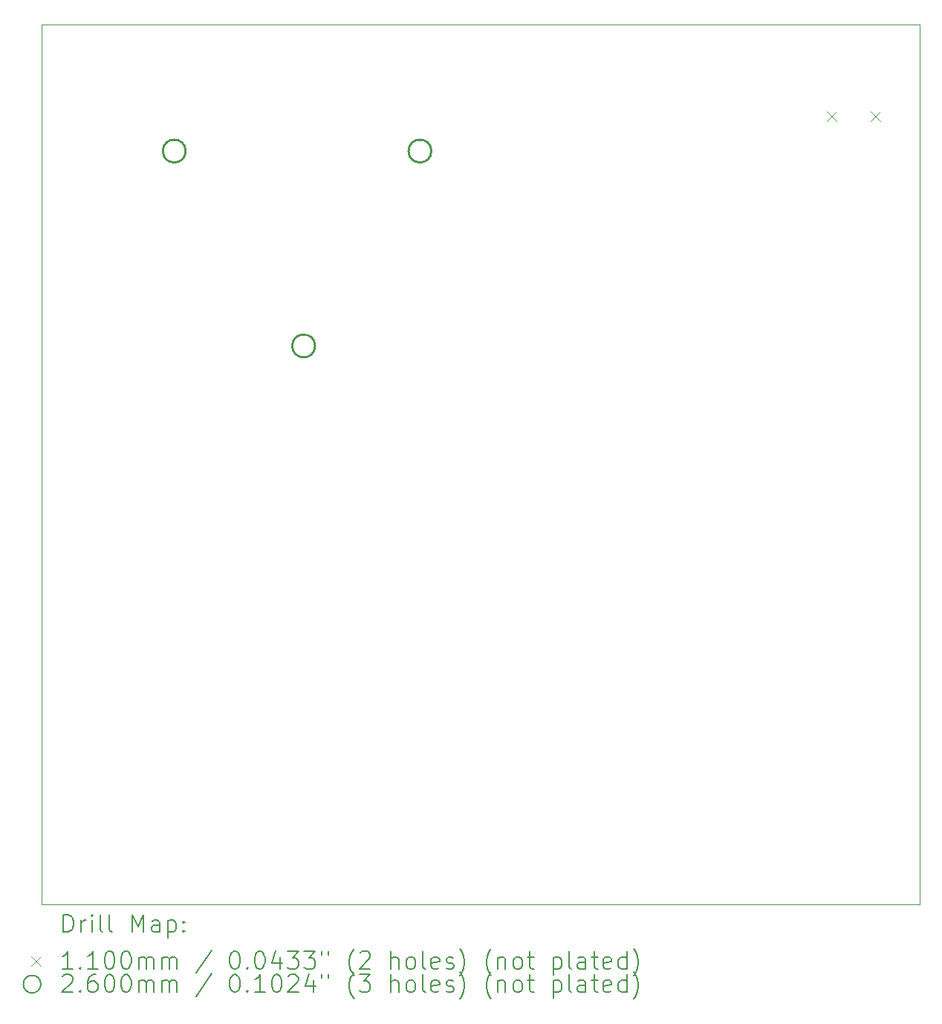
<source format=gbr>
%FSLAX45Y45*%
G04 Gerber Fmt 4.5, Leading zero omitted, Abs format (unit mm)*
G04 Created by KiCad (PCBNEW (6.0.4)) date 2022-10-08 16:20:50*
%MOMM*%
%LPD*%
G01*
G04 APERTURE LIST*
%TA.AperFunction,Profile*%
%ADD10C,0.100000*%
%TD*%
%ADD11C,0.200000*%
%ADD12C,0.110000*%
%ADD13C,0.260000*%
G04 APERTURE END LIST*
D10*
X10002500Y10017500D02*
X-5000Y10017500D01*
X-5000Y10017500D02*
X-5000Y-2500D01*
X-5000Y-2500D02*
X10002500Y-2500D01*
X10002500Y-2500D02*
X10002500Y10017500D01*
D11*
D12*
X8947500Y9027500D02*
X9057500Y8917500D01*
X9057500Y9027500D02*
X8947500Y8917500D01*
X9447500Y9027500D02*
X9557500Y8917500D01*
X9557500Y9027500D02*
X9447500Y8917500D01*
D13*
X1640000Y8580000D02*
G75*
G03*
X1640000Y8580000I-130000J0D01*
G01*
X3115000Y6360000D02*
G75*
G03*
X3115000Y6360000I-130000J0D01*
G01*
X4440000Y8580000D02*
G75*
G03*
X4440000Y8580000I-130000J0D01*
G01*
D11*
X247619Y-317976D02*
X247619Y-117976D01*
X295238Y-117976D01*
X323810Y-127500D01*
X342857Y-146548D01*
X352381Y-165595D01*
X361905Y-203690D01*
X361905Y-232262D01*
X352381Y-270357D01*
X342857Y-289405D01*
X323810Y-308452D01*
X295238Y-317976D01*
X247619Y-317976D01*
X447619Y-317976D02*
X447619Y-184643D01*
X447619Y-222738D02*
X457143Y-203690D01*
X466667Y-194167D01*
X485714Y-184643D01*
X504762Y-184643D01*
X571429Y-317976D02*
X571429Y-184643D01*
X571429Y-117976D02*
X561905Y-127500D01*
X571429Y-137024D01*
X580952Y-127500D01*
X571429Y-117976D01*
X571429Y-137024D01*
X695238Y-317976D02*
X676190Y-308452D01*
X666667Y-289405D01*
X666667Y-117976D01*
X800000Y-317976D02*
X780952Y-308452D01*
X771428Y-289405D01*
X771428Y-117976D01*
X1028571Y-317976D02*
X1028571Y-117976D01*
X1095238Y-260833D01*
X1161905Y-117976D01*
X1161905Y-317976D01*
X1342857Y-317976D02*
X1342857Y-213214D01*
X1333333Y-194167D01*
X1314286Y-184643D01*
X1276190Y-184643D01*
X1257143Y-194167D01*
X1342857Y-308452D02*
X1323810Y-317976D01*
X1276190Y-317976D01*
X1257143Y-308452D01*
X1247619Y-289405D01*
X1247619Y-270357D01*
X1257143Y-251309D01*
X1276190Y-241786D01*
X1323810Y-241786D01*
X1342857Y-232262D01*
X1438095Y-184643D02*
X1438095Y-384643D01*
X1438095Y-194167D02*
X1457143Y-184643D01*
X1495238Y-184643D01*
X1514286Y-194167D01*
X1523809Y-203690D01*
X1533333Y-222738D01*
X1533333Y-279881D01*
X1523809Y-298929D01*
X1514286Y-308452D01*
X1495238Y-317976D01*
X1457143Y-317976D01*
X1438095Y-308452D01*
X1619048Y-298929D02*
X1628571Y-308452D01*
X1619048Y-317976D01*
X1609524Y-308452D01*
X1619048Y-298929D01*
X1619048Y-317976D01*
X1619048Y-194167D02*
X1628571Y-203690D01*
X1619048Y-213214D01*
X1609524Y-203690D01*
X1619048Y-194167D01*
X1619048Y-213214D01*
D12*
X-120000Y-592500D02*
X-10000Y-702500D01*
X-10000Y-592500D02*
X-120000Y-702500D01*
D11*
X352381Y-737976D02*
X238095Y-737976D01*
X295238Y-737976D02*
X295238Y-537976D01*
X276190Y-566548D01*
X257143Y-585595D01*
X238095Y-595119D01*
X438095Y-718928D02*
X447619Y-728452D01*
X438095Y-737976D01*
X428571Y-728452D01*
X438095Y-718928D01*
X438095Y-737976D01*
X638095Y-737976D02*
X523809Y-737976D01*
X580952Y-737976D02*
X580952Y-537976D01*
X561905Y-566548D01*
X542857Y-585595D01*
X523809Y-595119D01*
X761905Y-537976D02*
X780952Y-537976D01*
X800000Y-547500D01*
X809524Y-557024D01*
X819048Y-576071D01*
X828571Y-614167D01*
X828571Y-661786D01*
X819048Y-699881D01*
X809524Y-718928D01*
X800000Y-728452D01*
X780952Y-737976D01*
X761905Y-737976D01*
X742857Y-728452D01*
X733333Y-718928D01*
X723809Y-699881D01*
X714286Y-661786D01*
X714286Y-614167D01*
X723809Y-576071D01*
X733333Y-557024D01*
X742857Y-547500D01*
X761905Y-537976D01*
X952381Y-537976D02*
X971428Y-537976D01*
X990476Y-547500D01*
X1000000Y-557024D01*
X1009524Y-576071D01*
X1019048Y-614167D01*
X1019048Y-661786D01*
X1009524Y-699881D01*
X1000000Y-718928D01*
X990476Y-728452D01*
X971428Y-737976D01*
X952381Y-737976D01*
X933333Y-728452D01*
X923809Y-718928D01*
X914286Y-699881D01*
X904762Y-661786D01*
X904762Y-614167D01*
X914286Y-576071D01*
X923809Y-557024D01*
X933333Y-547500D01*
X952381Y-537976D01*
X1104762Y-737976D02*
X1104762Y-604643D01*
X1104762Y-623690D02*
X1114286Y-614167D01*
X1133333Y-604643D01*
X1161905Y-604643D01*
X1180952Y-614167D01*
X1190476Y-633214D01*
X1190476Y-737976D01*
X1190476Y-633214D02*
X1200000Y-614167D01*
X1219048Y-604643D01*
X1247619Y-604643D01*
X1266667Y-614167D01*
X1276190Y-633214D01*
X1276190Y-737976D01*
X1371429Y-737976D02*
X1371429Y-604643D01*
X1371429Y-623690D02*
X1380952Y-614167D01*
X1400000Y-604643D01*
X1428571Y-604643D01*
X1447619Y-614167D01*
X1457143Y-633214D01*
X1457143Y-737976D01*
X1457143Y-633214D02*
X1466667Y-614167D01*
X1485714Y-604643D01*
X1514286Y-604643D01*
X1533333Y-614167D01*
X1542857Y-633214D01*
X1542857Y-737976D01*
X1933333Y-528452D02*
X1761905Y-785595D01*
X2190476Y-537976D02*
X2209524Y-537976D01*
X2228571Y-547500D01*
X2238095Y-557024D01*
X2247619Y-576071D01*
X2257143Y-614167D01*
X2257143Y-661786D01*
X2247619Y-699881D01*
X2238095Y-718928D01*
X2228571Y-728452D01*
X2209524Y-737976D01*
X2190476Y-737976D01*
X2171429Y-728452D01*
X2161905Y-718928D01*
X2152381Y-699881D01*
X2142857Y-661786D01*
X2142857Y-614167D01*
X2152381Y-576071D01*
X2161905Y-557024D01*
X2171429Y-547500D01*
X2190476Y-537976D01*
X2342857Y-718928D02*
X2352381Y-728452D01*
X2342857Y-737976D01*
X2333333Y-728452D01*
X2342857Y-718928D01*
X2342857Y-737976D01*
X2476190Y-537976D02*
X2495238Y-537976D01*
X2514286Y-547500D01*
X2523810Y-557024D01*
X2533333Y-576071D01*
X2542857Y-614167D01*
X2542857Y-661786D01*
X2533333Y-699881D01*
X2523810Y-718928D01*
X2514286Y-728452D01*
X2495238Y-737976D01*
X2476190Y-737976D01*
X2457143Y-728452D01*
X2447619Y-718928D01*
X2438095Y-699881D01*
X2428571Y-661786D01*
X2428571Y-614167D01*
X2438095Y-576071D01*
X2447619Y-557024D01*
X2457143Y-547500D01*
X2476190Y-537976D01*
X2714286Y-604643D02*
X2714286Y-737976D01*
X2666667Y-528452D02*
X2619048Y-671310D01*
X2742857Y-671310D01*
X2800000Y-537976D02*
X2923809Y-537976D01*
X2857143Y-614167D01*
X2885714Y-614167D01*
X2904762Y-623690D01*
X2914286Y-633214D01*
X2923809Y-652262D01*
X2923809Y-699881D01*
X2914286Y-718928D01*
X2904762Y-728452D01*
X2885714Y-737976D01*
X2828571Y-737976D01*
X2809524Y-728452D01*
X2800000Y-718928D01*
X2990476Y-537976D02*
X3114286Y-537976D01*
X3047619Y-614167D01*
X3076190Y-614167D01*
X3095238Y-623690D01*
X3104762Y-633214D01*
X3114286Y-652262D01*
X3114286Y-699881D01*
X3104762Y-718928D01*
X3095238Y-728452D01*
X3076190Y-737976D01*
X3019048Y-737976D01*
X3000000Y-728452D01*
X2990476Y-718928D01*
X3190476Y-537976D02*
X3190476Y-576071D01*
X3266667Y-537976D02*
X3266667Y-576071D01*
X3561905Y-814167D02*
X3552381Y-804643D01*
X3533333Y-776071D01*
X3523809Y-757024D01*
X3514286Y-728452D01*
X3504762Y-680833D01*
X3504762Y-642738D01*
X3514286Y-595119D01*
X3523809Y-566548D01*
X3533333Y-547500D01*
X3552381Y-518928D01*
X3561905Y-509405D01*
X3628571Y-557024D02*
X3638095Y-547500D01*
X3657143Y-537976D01*
X3704762Y-537976D01*
X3723809Y-547500D01*
X3733333Y-557024D01*
X3742857Y-576071D01*
X3742857Y-595119D01*
X3733333Y-623690D01*
X3619048Y-737976D01*
X3742857Y-737976D01*
X3980952Y-737976D02*
X3980952Y-537976D01*
X4066667Y-737976D02*
X4066667Y-633214D01*
X4057143Y-614167D01*
X4038095Y-604643D01*
X4009524Y-604643D01*
X3990476Y-614167D01*
X3980952Y-623690D01*
X4190476Y-737976D02*
X4171428Y-728452D01*
X4161905Y-718928D01*
X4152381Y-699881D01*
X4152381Y-642738D01*
X4161905Y-623690D01*
X4171428Y-614167D01*
X4190476Y-604643D01*
X4219048Y-604643D01*
X4238095Y-614167D01*
X4247619Y-623690D01*
X4257143Y-642738D01*
X4257143Y-699881D01*
X4247619Y-718928D01*
X4238095Y-728452D01*
X4219048Y-737976D01*
X4190476Y-737976D01*
X4371429Y-737976D02*
X4352381Y-728452D01*
X4342857Y-709405D01*
X4342857Y-537976D01*
X4523810Y-728452D02*
X4504762Y-737976D01*
X4466667Y-737976D01*
X4447619Y-728452D01*
X4438095Y-709405D01*
X4438095Y-633214D01*
X4447619Y-614167D01*
X4466667Y-604643D01*
X4504762Y-604643D01*
X4523810Y-614167D01*
X4533333Y-633214D01*
X4533333Y-652262D01*
X4438095Y-671310D01*
X4609524Y-728452D02*
X4628571Y-737976D01*
X4666667Y-737976D01*
X4685714Y-728452D01*
X4695238Y-709405D01*
X4695238Y-699881D01*
X4685714Y-680833D01*
X4666667Y-671310D01*
X4638095Y-671310D01*
X4619048Y-661786D01*
X4609524Y-642738D01*
X4609524Y-633214D01*
X4619048Y-614167D01*
X4638095Y-604643D01*
X4666667Y-604643D01*
X4685714Y-614167D01*
X4761905Y-814167D02*
X4771429Y-804643D01*
X4790476Y-776071D01*
X4800000Y-757024D01*
X4809524Y-728452D01*
X4819048Y-680833D01*
X4819048Y-642738D01*
X4809524Y-595119D01*
X4800000Y-566548D01*
X4790476Y-547500D01*
X4771429Y-518928D01*
X4761905Y-509405D01*
X5123810Y-814167D02*
X5114286Y-804643D01*
X5095238Y-776071D01*
X5085714Y-757024D01*
X5076190Y-728452D01*
X5066667Y-680833D01*
X5066667Y-642738D01*
X5076190Y-595119D01*
X5085714Y-566548D01*
X5095238Y-547500D01*
X5114286Y-518928D01*
X5123810Y-509405D01*
X5200000Y-604643D02*
X5200000Y-737976D01*
X5200000Y-623690D02*
X5209524Y-614167D01*
X5228571Y-604643D01*
X5257143Y-604643D01*
X5276190Y-614167D01*
X5285714Y-633214D01*
X5285714Y-737976D01*
X5409524Y-737976D02*
X5390476Y-728452D01*
X5380952Y-718928D01*
X5371429Y-699881D01*
X5371429Y-642738D01*
X5380952Y-623690D01*
X5390476Y-614167D01*
X5409524Y-604643D01*
X5438095Y-604643D01*
X5457143Y-614167D01*
X5466667Y-623690D01*
X5476190Y-642738D01*
X5476190Y-699881D01*
X5466667Y-718928D01*
X5457143Y-728452D01*
X5438095Y-737976D01*
X5409524Y-737976D01*
X5533333Y-604643D02*
X5609524Y-604643D01*
X5561905Y-537976D02*
X5561905Y-709405D01*
X5571429Y-728452D01*
X5590476Y-737976D01*
X5609524Y-737976D01*
X5828571Y-604643D02*
X5828571Y-804643D01*
X5828571Y-614167D02*
X5847619Y-604643D01*
X5885714Y-604643D01*
X5904762Y-614167D01*
X5914286Y-623690D01*
X5923809Y-642738D01*
X5923809Y-699881D01*
X5914286Y-718928D01*
X5904762Y-728452D01*
X5885714Y-737976D01*
X5847619Y-737976D01*
X5828571Y-728452D01*
X6038095Y-737976D02*
X6019048Y-728452D01*
X6009524Y-709405D01*
X6009524Y-537976D01*
X6200000Y-737976D02*
X6200000Y-633214D01*
X6190476Y-614167D01*
X6171428Y-604643D01*
X6133333Y-604643D01*
X6114286Y-614167D01*
X6200000Y-728452D02*
X6180952Y-737976D01*
X6133333Y-737976D01*
X6114286Y-728452D01*
X6104762Y-709405D01*
X6104762Y-690357D01*
X6114286Y-671310D01*
X6133333Y-661786D01*
X6180952Y-661786D01*
X6200000Y-652262D01*
X6266667Y-604643D02*
X6342857Y-604643D01*
X6295238Y-537976D02*
X6295238Y-709405D01*
X6304762Y-728452D01*
X6323809Y-737976D01*
X6342857Y-737976D01*
X6485714Y-728452D02*
X6466667Y-737976D01*
X6428571Y-737976D01*
X6409524Y-728452D01*
X6400000Y-709405D01*
X6400000Y-633214D01*
X6409524Y-614167D01*
X6428571Y-604643D01*
X6466667Y-604643D01*
X6485714Y-614167D01*
X6495238Y-633214D01*
X6495238Y-652262D01*
X6400000Y-671310D01*
X6666667Y-737976D02*
X6666667Y-537976D01*
X6666667Y-728452D02*
X6647619Y-737976D01*
X6609524Y-737976D01*
X6590476Y-728452D01*
X6580952Y-718928D01*
X6571428Y-699881D01*
X6571428Y-642738D01*
X6580952Y-623690D01*
X6590476Y-614167D01*
X6609524Y-604643D01*
X6647619Y-604643D01*
X6666667Y-614167D01*
X6742857Y-814167D02*
X6752381Y-804643D01*
X6771428Y-776071D01*
X6780952Y-757024D01*
X6790476Y-728452D01*
X6800000Y-680833D01*
X6800000Y-642738D01*
X6790476Y-595119D01*
X6780952Y-566548D01*
X6771428Y-547500D01*
X6752381Y-518928D01*
X6742857Y-509405D01*
X-10000Y-911500D02*
G75*
G03*
X-10000Y-911500I-100000J0D01*
G01*
X238095Y-821024D02*
X247619Y-811500D01*
X266667Y-801976D01*
X314286Y-801976D01*
X333333Y-811500D01*
X342857Y-821024D01*
X352381Y-840071D01*
X352381Y-859119D01*
X342857Y-887690D01*
X228571Y-1001976D01*
X352381Y-1001976D01*
X438095Y-982928D02*
X447619Y-992452D01*
X438095Y-1001976D01*
X428571Y-992452D01*
X438095Y-982928D01*
X438095Y-1001976D01*
X619048Y-801976D02*
X580952Y-801976D01*
X561905Y-811500D01*
X552381Y-821024D01*
X533333Y-849595D01*
X523809Y-887690D01*
X523809Y-963881D01*
X533333Y-982928D01*
X542857Y-992452D01*
X561905Y-1001976D01*
X600000Y-1001976D01*
X619048Y-992452D01*
X628571Y-982928D01*
X638095Y-963881D01*
X638095Y-916262D01*
X628571Y-897214D01*
X619048Y-887690D01*
X600000Y-878167D01*
X561905Y-878167D01*
X542857Y-887690D01*
X533333Y-897214D01*
X523809Y-916262D01*
X761905Y-801976D02*
X780952Y-801976D01*
X800000Y-811500D01*
X809524Y-821024D01*
X819048Y-840071D01*
X828571Y-878167D01*
X828571Y-925786D01*
X819048Y-963881D01*
X809524Y-982928D01*
X800000Y-992452D01*
X780952Y-1001976D01*
X761905Y-1001976D01*
X742857Y-992452D01*
X733333Y-982928D01*
X723809Y-963881D01*
X714286Y-925786D01*
X714286Y-878167D01*
X723809Y-840071D01*
X733333Y-821024D01*
X742857Y-811500D01*
X761905Y-801976D01*
X952381Y-801976D02*
X971428Y-801976D01*
X990476Y-811500D01*
X1000000Y-821024D01*
X1009524Y-840071D01*
X1019048Y-878167D01*
X1019048Y-925786D01*
X1009524Y-963881D01*
X1000000Y-982928D01*
X990476Y-992452D01*
X971428Y-1001976D01*
X952381Y-1001976D01*
X933333Y-992452D01*
X923809Y-982928D01*
X914286Y-963881D01*
X904762Y-925786D01*
X904762Y-878167D01*
X914286Y-840071D01*
X923809Y-821024D01*
X933333Y-811500D01*
X952381Y-801976D01*
X1104762Y-1001976D02*
X1104762Y-868643D01*
X1104762Y-887690D02*
X1114286Y-878167D01*
X1133333Y-868643D01*
X1161905Y-868643D01*
X1180952Y-878167D01*
X1190476Y-897214D01*
X1190476Y-1001976D01*
X1190476Y-897214D02*
X1200000Y-878167D01*
X1219048Y-868643D01*
X1247619Y-868643D01*
X1266667Y-878167D01*
X1276190Y-897214D01*
X1276190Y-1001976D01*
X1371429Y-1001976D02*
X1371429Y-868643D01*
X1371429Y-887690D02*
X1380952Y-878167D01*
X1400000Y-868643D01*
X1428571Y-868643D01*
X1447619Y-878167D01*
X1457143Y-897214D01*
X1457143Y-1001976D01*
X1457143Y-897214D02*
X1466667Y-878167D01*
X1485714Y-868643D01*
X1514286Y-868643D01*
X1533333Y-878167D01*
X1542857Y-897214D01*
X1542857Y-1001976D01*
X1933333Y-792452D02*
X1761905Y-1049595D01*
X2190476Y-801976D02*
X2209524Y-801976D01*
X2228571Y-811500D01*
X2238095Y-821024D01*
X2247619Y-840071D01*
X2257143Y-878167D01*
X2257143Y-925786D01*
X2247619Y-963881D01*
X2238095Y-982928D01*
X2228571Y-992452D01*
X2209524Y-1001976D01*
X2190476Y-1001976D01*
X2171429Y-992452D01*
X2161905Y-982928D01*
X2152381Y-963881D01*
X2142857Y-925786D01*
X2142857Y-878167D01*
X2152381Y-840071D01*
X2161905Y-821024D01*
X2171429Y-811500D01*
X2190476Y-801976D01*
X2342857Y-982928D02*
X2352381Y-992452D01*
X2342857Y-1001976D01*
X2333333Y-992452D01*
X2342857Y-982928D01*
X2342857Y-1001976D01*
X2542857Y-1001976D02*
X2428571Y-1001976D01*
X2485714Y-1001976D02*
X2485714Y-801976D01*
X2466667Y-830548D01*
X2447619Y-849595D01*
X2428571Y-859119D01*
X2666667Y-801976D02*
X2685714Y-801976D01*
X2704762Y-811500D01*
X2714286Y-821024D01*
X2723810Y-840071D01*
X2733333Y-878167D01*
X2733333Y-925786D01*
X2723810Y-963881D01*
X2714286Y-982928D01*
X2704762Y-992452D01*
X2685714Y-1001976D01*
X2666667Y-1001976D01*
X2647619Y-992452D01*
X2638095Y-982928D01*
X2628571Y-963881D01*
X2619048Y-925786D01*
X2619048Y-878167D01*
X2628571Y-840071D01*
X2638095Y-821024D01*
X2647619Y-811500D01*
X2666667Y-801976D01*
X2809524Y-821024D02*
X2819048Y-811500D01*
X2838095Y-801976D01*
X2885714Y-801976D01*
X2904762Y-811500D01*
X2914286Y-821024D01*
X2923809Y-840071D01*
X2923809Y-859119D01*
X2914286Y-887690D01*
X2800000Y-1001976D01*
X2923809Y-1001976D01*
X3095238Y-868643D02*
X3095238Y-1001976D01*
X3047619Y-792452D02*
X3000000Y-935309D01*
X3123809Y-935309D01*
X3190476Y-801976D02*
X3190476Y-840071D01*
X3266667Y-801976D02*
X3266667Y-840071D01*
X3561905Y-1078167D02*
X3552381Y-1068643D01*
X3533333Y-1040071D01*
X3523809Y-1021024D01*
X3514286Y-992452D01*
X3504762Y-944833D01*
X3504762Y-906738D01*
X3514286Y-859119D01*
X3523809Y-830548D01*
X3533333Y-811500D01*
X3552381Y-782928D01*
X3561905Y-773405D01*
X3619048Y-801976D02*
X3742857Y-801976D01*
X3676190Y-878167D01*
X3704762Y-878167D01*
X3723809Y-887690D01*
X3733333Y-897214D01*
X3742857Y-916262D01*
X3742857Y-963881D01*
X3733333Y-982928D01*
X3723809Y-992452D01*
X3704762Y-1001976D01*
X3647619Y-1001976D01*
X3628571Y-992452D01*
X3619048Y-982928D01*
X3980952Y-1001976D02*
X3980952Y-801976D01*
X4066667Y-1001976D02*
X4066667Y-897214D01*
X4057143Y-878167D01*
X4038095Y-868643D01*
X4009524Y-868643D01*
X3990476Y-878167D01*
X3980952Y-887690D01*
X4190476Y-1001976D02*
X4171428Y-992452D01*
X4161905Y-982928D01*
X4152381Y-963881D01*
X4152381Y-906738D01*
X4161905Y-887690D01*
X4171428Y-878167D01*
X4190476Y-868643D01*
X4219048Y-868643D01*
X4238095Y-878167D01*
X4247619Y-887690D01*
X4257143Y-906738D01*
X4257143Y-963881D01*
X4247619Y-982928D01*
X4238095Y-992452D01*
X4219048Y-1001976D01*
X4190476Y-1001976D01*
X4371429Y-1001976D02*
X4352381Y-992452D01*
X4342857Y-973405D01*
X4342857Y-801976D01*
X4523810Y-992452D02*
X4504762Y-1001976D01*
X4466667Y-1001976D01*
X4447619Y-992452D01*
X4438095Y-973405D01*
X4438095Y-897214D01*
X4447619Y-878167D01*
X4466667Y-868643D01*
X4504762Y-868643D01*
X4523810Y-878167D01*
X4533333Y-897214D01*
X4533333Y-916262D01*
X4438095Y-935309D01*
X4609524Y-992452D02*
X4628571Y-1001976D01*
X4666667Y-1001976D01*
X4685714Y-992452D01*
X4695238Y-973405D01*
X4695238Y-963881D01*
X4685714Y-944833D01*
X4666667Y-935309D01*
X4638095Y-935309D01*
X4619048Y-925786D01*
X4609524Y-906738D01*
X4609524Y-897214D01*
X4619048Y-878167D01*
X4638095Y-868643D01*
X4666667Y-868643D01*
X4685714Y-878167D01*
X4761905Y-1078167D02*
X4771429Y-1068643D01*
X4790476Y-1040071D01*
X4800000Y-1021024D01*
X4809524Y-992452D01*
X4819048Y-944833D01*
X4819048Y-906738D01*
X4809524Y-859119D01*
X4800000Y-830548D01*
X4790476Y-811500D01*
X4771429Y-782928D01*
X4761905Y-773405D01*
X5123810Y-1078167D02*
X5114286Y-1068643D01*
X5095238Y-1040071D01*
X5085714Y-1021024D01*
X5076190Y-992452D01*
X5066667Y-944833D01*
X5066667Y-906738D01*
X5076190Y-859119D01*
X5085714Y-830548D01*
X5095238Y-811500D01*
X5114286Y-782928D01*
X5123810Y-773405D01*
X5200000Y-868643D02*
X5200000Y-1001976D01*
X5200000Y-887690D02*
X5209524Y-878167D01*
X5228571Y-868643D01*
X5257143Y-868643D01*
X5276190Y-878167D01*
X5285714Y-897214D01*
X5285714Y-1001976D01*
X5409524Y-1001976D02*
X5390476Y-992452D01*
X5380952Y-982928D01*
X5371429Y-963881D01*
X5371429Y-906738D01*
X5380952Y-887690D01*
X5390476Y-878167D01*
X5409524Y-868643D01*
X5438095Y-868643D01*
X5457143Y-878167D01*
X5466667Y-887690D01*
X5476190Y-906738D01*
X5476190Y-963881D01*
X5466667Y-982928D01*
X5457143Y-992452D01*
X5438095Y-1001976D01*
X5409524Y-1001976D01*
X5533333Y-868643D02*
X5609524Y-868643D01*
X5561905Y-801976D02*
X5561905Y-973405D01*
X5571429Y-992452D01*
X5590476Y-1001976D01*
X5609524Y-1001976D01*
X5828571Y-868643D02*
X5828571Y-1068643D01*
X5828571Y-878167D02*
X5847619Y-868643D01*
X5885714Y-868643D01*
X5904762Y-878167D01*
X5914286Y-887690D01*
X5923809Y-906738D01*
X5923809Y-963881D01*
X5914286Y-982928D01*
X5904762Y-992452D01*
X5885714Y-1001976D01*
X5847619Y-1001976D01*
X5828571Y-992452D01*
X6038095Y-1001976D02*
X6019048Y-992452D01*
X6009524Y-973405D01*
X6009524Y-801976D01*
X6200000Y-1001976D02*
X6200000Y-897214D01*
X6190476Y-878167D01*
X6171428Y-868643D01*
X6133333Y-868643D01*
X6114286Y-878167D01*
X6200000Y-992452D02*
X6180952Y-1001976D01*
X6133333Y-1001976D01*
X6114286Y-992452D01*
X6104762Y-973405D01*
X6104762Y-954357D01*
X6114286Y-935309D01*
X6133333Y-925786D01*
X6180952Y-925786D01*
X6200000Y-916262D01*
X6266667Y-868643D02*
X6342857Y-868643D01*
X6295238Y-801976D02*
X6295238Y-973405D01*
X6304762Y-992452D01*
X6323809Y-1001976D01*
X6342857Y-1001976D01*
X6485714Y-992452D02*
X6466667Y-1001976D01*
X6428571Y-1001976D01*
X6409524Y-992452D01*
X6400000Y-973405D01*
X6400000Y-897214D01*
X6409524Y-878167D01*
X6428571Y-868643D01*
X6466667Y-868643D01*
X6485714Y-878167D01*
X6495238Y-897214D01*
X6495238Y-916262D01*
X6400000Y-935309D01*
X6666667Y-1001976D02*
X6666667Y-801976D01*
X6666667Y-992452D02*
X6647619Y-1001976D01*
X6609524Y-1001976D01*
X6590476Y-992452D01*
X6580952Y-982928D01*
X6571428Y-963881D01*
X6571428Y-906738D01*
X6580952Y-887690D01*
X6590476Y-878167D01*
X6609524Y-868643D01*
X6647619Y-868643D01*
X6666667Y-878167D01*
X6742857Y-1078167D02*
X6752381Y-1068643D01*
X6771428Y-1040071D01*
X6780952Y-1021024D01*
X6790476Y-992452D01*
X6800000Y-944833D01*
X6800000Y-906738D01*
X6790476Y-859119D01*
X6780952Y-830548D01*
X6771428Y-811500D01*
X6752381Y-782928D01*
X6742857Y-773405D01*
M02*

</source>
